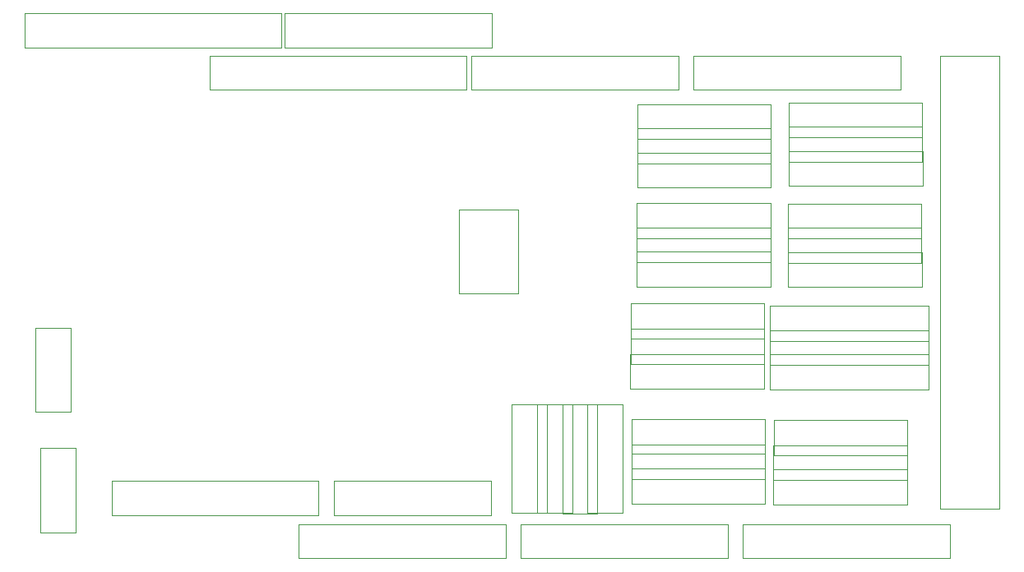
<source format=gbr>
G04 #@! TF.FileFunction,Other,User*
%FSLAX46Y46*%
G04 Gerber Fmt 4.6, Leading zero omitted, Abs format (unit mm)*
G04 Created by KiCad (PCBNEW 4.0.6) date 06/14/17 17:04:04*
%MOMM*%
%LPD*%
G01*
G04 APERTURE LIST*
%ADD10C,0.100000*%
%ADD11C,0.050000*%
G04 APERTURE END LIST*
D10*
D11*
X195608000Y-115796000D02*
X201658000Y-115796000D01*
X195608000Y-69096000D02*
X201658000Y-69096000D01*
X195608000Y-115796000D02*
X195608000Y-69096000D01*
X201658000Y-115796000D02*
X201658000Y-69096000D01*
X129568000Y-117376000D02*
X129568000Y-120876000D01*
X150868000Y-117376000D02*
X150868000Y-120876000D01*
X129568000Y-117376000D02*
X150868000Y-117376000D01*
X129568000Y-120876000D02*
X150868000Y-120876000D01*
X152428000Y-117376000D02*
X152428000Y-120876000D01*
X173728000Y-117376000D02*
X173728000Y-120876000D01*
X152428000Y-117376000D02*
X173728000Y-117376000D01*
X152428000Y-120876000D02*
X173728000Y-120876000D01*
X175288000Y-117376000D02*
X175288000Y-120876000D01*
X196588000Y-117376000D02*
X196588000Y-120876000D01*
X175288000Y-117376000D02*
X196588000Y-117376000D01*
X175288000Y-120876000D02*
X196588000Y-120876000D01*
X120424000Y-69116000D02*
X120424000Y-72616000D01*
X146824000Y-69116000D02*
X146824000Y-72616000D01*
X120424000Y-69116000D02*
X146824000Y-69116000D01*
X120424000Y-72616000D02*
X146824000Y-72616000D01*
X147348000Y-69116000D02*
X147348000Y-72616000D01*
X168648000Y-69116000D02*
X168648000Y-72616000D01*
X147348000Y-69116000D02*
X168648000Y-69116000D01*
X147348000Y-72616000D02*
X168648000Y-72616000D01*
X170208000Y-69116000D02*
X170208000Y-72616000D01*
X191508000Y-69116000D02*
X191508000Y-72616000D01*
X170208000Y-69116000D02*
X191508000Y-69116000D01*
X170208000Y-72616000D02*
X191508000Y-72616000D01*
X110270000Y-112950000D02*
X110270000Y-116450000D01*
X131570000Y-112950000D02*
X131570000Y-116450000D01*
X110270000Y-112950000D02*
X131570000Y-112950000D01*
X110270000Y-116450000D02*
X131570000Y-116450000D01*
X133150000Y-112950000D02*
X133150000Y-116450000D01*
X149350000Y-112950000D02*
X149350000Y-116450000D01*
X133150000Y-112950000D02*
X149350000Y-112950000D01*
X133150000Y-116450000D02*
X149350000Y-116450000D01*
X101330000Y-64750000D02*
X101330000Y-68250000D01*
X127730000Y-64750000D02*
X127730000Y-68250000D01*
X101330000Y-64750000D02*
X127730000Y-64750000D01*
X101330000Y-68250000D02*
X127730000Y-68250000D01*
X128110000Y-64750000D02*
X128110000Y-68250000D01*
X149410000Y-64750000D02*
X149410000Y-68250000D01*
X128110000Y-64750000D02*
X149410000Y-64750000D01*
X128110000Y-68250000D02*
X149410000Y-68250000D01*
X163810000Y-115250000D02*
X177560000Y-115250000D01*
X177560000Y-115250000D02*
X177560000Y-111650000D01*
X177560000Y-111650000D02*
X163810000Y-111650000D01*
X163810000Y-111650000D02*
X163810000Y-115250000D01*
X178410000Y-115350000D02*
X192160000Y-115350000D01*
X192160000Y-115350000D02*
X192160000Y-111750000D01*
X192160000Y-111750000D02*
X178410000Y-111750000D01*
X178410000Y-111750000D02*
X178410000Y-115350000D01*
X163680000Y-103450000D02*
X177430000Y-103450000D01*
X177430000Y-103450000D02*
X177430000Y-99850000D01*
X177430000Y-99850000D02*
X163680000Y-99850000D01*
X163680000Y-99850000D02*
X163680000Y-103450000D01*
X178060000Y-103500000D02*
X194360000Y-103500000D01*
X194360000Y-103500000D02*
X194360000Y-99900000D01*
X194360000Y-99900000D02*
X178060000Y-99900000D01*
X178060000Y-99900000D02*
X178060000Y-103500000D01*
X164350000Y-92900000D02*
X178100000Y-92900000D01*
X178100000Y-92900000D02*
X178100000Y-89300000D01*
X178100000Y-89300000D02*
X164350000Y-89300000D01*
X164350000Y-89300000D02*
X164350000Y-92900000D01*
X179920000Y-92950000D02*
X193670000Y-92950000D01*
X193670000Y-92950000D02*
X193670000Y-89350000D01*
X193670000Y-89350000D02*
X179920000Y-89350000D01*
X179920000Y-89350000D02*
X179920000Y-92950000D01*
X164400000Y-82700000D02*
X178150000Y-82700000D01*
X178150000Y-82700000D02*
X178150000Y-79100000D01*
X178150000Y-79100000D02*
X164400000Y-79100000D01*
X164400000Y-79100000D02*
X164400000Y-82700000D01*
X180010000Y-82550000D02*
X193760000Y-82550000D01*
X193760000Y-82550000D02*
X193760000Y-78950000D01*
X193760000Y-78950000D02*
X180010000Y-78950000D01*
X180010000Y-78950000D02*
X180010000Y-82550000D01*
X163790000Y-112750000D02*
X177540000Y-112750000D01*
X177540000Y-112750000D02*
X177540000Y-109150000D01*
X177540000Y-109150000D02*
X163790000Y-109150000D01*
X163790000Y-109150000D02*
X163790000Y-112750000D01*
X178390000Y-112850000D02*
X192140000Y-112850000D01*
X192140000Y-112850000D02*
X192140000Y-109250000D01*
X192140000Y-109250000D02*
X178390000Y-109250000D01*
X178390000Y-109250000D02*
X178390000Y-112850000D01*
X163720000Y-100850000D02*
X177470000Y-100850000D01*
X177470000Y-100850000D02*
X177470000Y-97250000D01*
X177470000Y-97250000D02*
X163720000Y-97250000D01*
X163720000Y-97250000D02*
X163720000Y-100850000D01*
X178080000Y-101000000D02*
X194380000Y-101000000D01*
X194380000Y-101000000D02*
X194380000Y-97400000D01*
X194380000Y-97400000D02*
X178080000Y-97400000D01*
X178080000Y-97400000D02*
X178080000Y-101000000D01*
X178110000Y-86800000D02*
X164360000Y-86800000D01*
X164360000Y-86800000D02*
X164360000Y-90400000D01*
X164360000Y-90400000D02*
X178110000Y-90400000D01*
X178110000Y-90400000D02*
X178110000Y-86800000D01*
X179900000Y-90450000D02*
X193650000Y-90450000D01*
X193650000Y-90450000D02*
X193650000Y-86850000D01*
X193650000Y-86850000D02*
X179900000Y-86850000D01*
X179900000Y-86850000D02*
X179900000Y-90450000D01*
X179950000Y-80050000D02*
X193700000Y-80050000D01*
X193700000Y-80050000D02*
X193700000Y-76450000D01*
X193700000Y-76450000D02*
X179950000Y-76450000D01*
X179950000Y-76450000D02*
X179950000Y-80050000D01*
X164400000Y-80200000D02*
X178150000Y-80200000D01*
X178150000Y-80200000D02*
X178150000Y-76600000D01*
X178150000Y-76600000D02*
X164400000Y-76600000D01*
X164400000Y-76600000D02*
X164400000Y-80200000D01*
X163810000Y-110150000D02*
X177560000Y-110150000D01*
X177560000Y-110150000D02*
X177560000Y-106550000D01*
X177560000Y-106550000D02*
X163810000Y-106550000D01*
X163810000Y-106550000D02*
X163810000Y-110150000D01*
X178450000Y-110250000D02*
X192200000Y-110250000D01*
X192200000Y-110250000D02*
X192200000Y-106650000D01*
X192200000Y-106650000D02*
X178450000Y-106650000D01*
X178450000Y-106650000D02*
X178450000Y-110250000D01*
X163720000Y-98250000D02*
X177470000Y-98250000D01*
X177470000Y-98250000D02*
X177470000Y-94650000D01*
X177470000Y-94650000D02*
X163720000Y-94650000D01*
X163720000Y-94650000D02*
X163720000Y-98250000D01*
X178080000Y-98500000D02*
X194380000Y-98500000D01*
X194380000Y-98500000D02*
X194380000Y-94900000D01*
X194380000Y-94900000D02*
X178080000Y-94900000D01*
X178080000Y-94900000D02*
X178080000Y-98500000D01*
X164350000Y-87900000D02*
X178100000Y-87900000D01*
X178100000Y-87900000D02*
X178100000Y-84300000D01*
X178100000Y-84300000D02*
X164350000Y-84300000D01*
X164350000Y-84300000D02*
X164350000Y-87900000D01*
X179900000Y-87950000D02*
X193650000Y-87950000D01*
X193650000Y-87950000D02*
X193650000Y-84350000D01*
X193650000Y-84350000D02*
X179900000Y-84350000D01*
X179900000Y-84350000D02*
X179900000Y-87950000D01*
X179950000Y-77550000D02*
X193700000Y-77550000D01*
X193700000Y-77550000D02*
X193700000Y-73950000D01*
X193700000Y-73950000D02*
X179950000Y-73950000D01*
X179950000Y-73950000D02*
X179950000Y-77550000D01*
X164400000Y-77700000D02*
X178150000Y-77700000D01*
X178150000Y-77700000D02*
X178150000Y-74100000D01*
X178150000Y-74100000D02*
X164400000Y-74100000D01*
X164400000Y-74100000D02*
X164400000Y-77700000D01*
X106050000Y-105800000D02*
X106050000Y-97150000D01*
X106050000Y-97150000D02*
X102450000Y-97150000D01*
X102450000Y-97150000D02*
X102450000Y-105800000D01*
X102450000Y-105800000D02*
X106050000Y-105800000D01*
X106550000Y-118200000D02*
X106550000Y-109550000D01*
X106550000Y-109550000D02*
X102950000Y-109550000D01*
X102950000Y-109550000D02*
X102950000Y-118200000D01*
X102950000Y-118200000D02*
X106550000Y-118200000D01*
X146010000Y-84950000D02*
X146010000Y-93600000D01*
X146010000Y-93600000D02*
X152160000Y-93600000D01*
X152160000Y-93600000D02*
X152160000Y-84950000D01*
X152160000Y-84950000D02*
X146010000Y-84950000D01*
X151484000Y-105004000D02*
X151484000Y-116204000D01*
X151484000Y-116204000D02*
X155084000Y-116204000D01*
X155084000Y-116204000D02*
X155084000Y-105004000D01*
X155084000Y-105004000D02*
X151484000Y-105004000D01*
X154084000Y-105044000D02*
X154084000Y-116244000D01*
X154084000Y-116244000D02*
X157684000Y-116244000D01*
X157684000Y-116244000D02*
X157684000Y-105044000D01*
X157684000Y-105044000D02*
X154084000Y-105044000D01*
X156684000Y-105064000D02*
X156684000Y-116264000D01*
X156684000Y-116264000D02*
X160284000Y-116264000D01*
X160284000Y-116264000D02*
X160284000Y-105064000D01*
X160284000Y-105064000D02*
X156684000Y-105064000D01*
X159284000Y-105044000D02*
X159284000Y-116244000D01*
X159284000Y-116244000D02*
X162884000Y-116244000D01*
X162884000Y-116244000D02*
X162884000Y-105044000D01*
X162884000Y-105044000D02*
X159284000Y-105044000D01*
M02*

</source>
